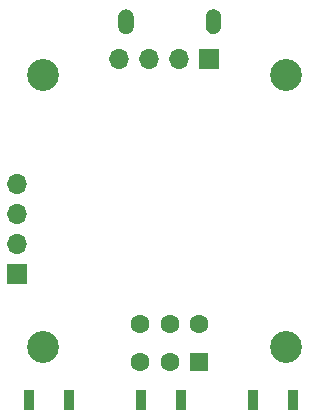
<source format=gbs>
%TF.GenerationSoftware,KiCad,Pcbnew,8.0.5*%
%TF.CreationDate,2024-09-25T16:09:38-04:00*%
%TF.ProjectId,kryptkey,6b727970-746b-4657-992e-6b696361645f,v0.1*%
%TF.SameCoordinates,Original*%
%TF.FileFunction,Soldermask,Bot*%
%TF.FilePolarity,Negative*%
%FSLAX46Y46*%
G04 Gerber Fmt 4.6, Leading zero omitted, Abs format (unit mm)*
G04 Created by KiCad (PCBNEW 8.0.5) date 2024-09-25 16:09:38*
%MOMM*%
%LPD*%
G01*
G04 APERTURE LIST*
%ADD10C,0.010000*%
%ADD11R,1.600000X1.600000*%
%ADD12C,1.600000*%
%ADD13C,2.700000*%
%ADD14R,0.900000X1.700000*%
%ADD15R,1.700000X1.700000*%
%ADD16O,1.700000X1.700000*%
G04 APERTURE END LIST*
D10*
%TO.C,J3*%
X105055380Y-53892880D02*
X105087380Y-53894880D01*
X105118380Y-53898880D01*
X105149380Y-53904880D01*
X105179380Y-53911880D01*
X105209380Y-53920880D01*
X105239380Y-53931880D01*
X105268380Y-53943880D01*
X105296380Y-53956880D01*
X105324380Y-53971880D01*
X105351380Y-53988880D01*
X105377380Y-54006880D01*
X105402380Y-54025880D01*
X105425380Y-54045880D01*
X105448380Y-54067880D01*
X105470380Y-54090880D01*
X105490380Y-54113880D01*
X105509380Y-54138880D01*
X105527380Y-54164880D01*
X105544380Y-54191880D01*
X105559380Y-54219880D01*
X105572380Y-54247880D01*
X105584380Y-54276880D01*
X105595380Y-54306880D01*
X105604380Y-54336880D01*
X105611380Y-54366880D01*
X105617380Y-54397880D01*
X105621380Y-54428880D01*
X105623380Y-54460880D01*
X105624380Y-54491880D01*
X105624380Y-55291880D01*
X105623380Y-55322880D01*
X105621380Y-55354880D01*
X105617380Y-55385880D01*
X105611380Y-55416880D01*
X105604380Y-55446880D01*
X105595380Y-55476880D01*
X105584380Y-55506880D01*
X105572380Y-55535880D01*
X105559380Y-55563880D01*
X105544380Y-55591880D01*
X105527380Y-55618880D01*
X105509380Y-55644880D01*
X105490380Y-55669880D01*
X105470380Y-55692880D01*
X105448380Y-55715880D01*
X105425380Y-55737880D01*
X105402380Y-55757880D01*
X105377380Y-55776880D01*
X105351380Y-55794880D01*
X105324380Y-55811880D01*
X105296380Y-55826880D01*
X105268380Y-55839880D01*
X105239380Y-55851880D01*
X105209380Y-55862880D01*
X105179380Y-55871880D01*
X105149380Y-55878880D01*
X105118380Y-55884880D01*
X105087380Y-55888880D01*
X105055380Y-55890880D01*
X105024380Y-55891880D01*
X104993380Y-55890880D01*
X104961380Y-55888880D01*
X104930380Y-55884880D01*
X104899380Y-55878880D01*
X104869380Y-55871880D01*
X104839380Y-55862880D01*
X104809380Y-55851880D01*
X104780380Y-55839880D01*
X104752380Y-55826880D01*
X104724380Y-55811880D01*
X104697380Y-55794880D01*
X104671380Y-55776880D01*
X104646380Y-55757880D01*
X104623380Y-55737880D01*
X104600380Y-55715880D01*
X104578380Y-55692880D01*
X104558380Y-55669880D01*
X104539380Y-55644880D01*
X104521380Y-55618880D01*
X104504380Y-55591880D01*
X104489380Y-55563880D01*
X104476380Y-55535880D01*
X104464380Y-55506880D01*
X104453380Y-55476880D01*
X104444380Y-55446880D01*
X104437380Y-55416880D01*
X104431380Y-55385880D01*
X104427380Y-55354880D01*
X104425380Y-55322880D01*
X104424380Y-55291880D01*
X104424380Y-54491880D01*
X104425380Y-54460880D01*
X104427380Y-54428880D01*
X104431380Y-54397880D01*
X104437380Y-54366880D01*
X104444380Y-54336880D01*
X104453380Y-54306880D01*
X104464380Y-54276880D01*
X104476380Y-54247880D01*
X104489380Y-54219880D01*
X104504380Y-54191880D01*
X104521380Y-54164880D01*
X104539380Y-54138880D01*
X104558380Y-54113880D01*
X104578380Y-54090880D01*
X104600380Y-54067880D01*
X104623380Y-54045880D01*
X104646380Y-54025880D01*
X104671380Y-54006880D01*
X104697380Y-53988880D01*
X104724380Y-53971880D01*
X104752380Y-53956880D01*
X104780380Y-53943880D01*
X104809380Y-53931880D01*
X104839380Y-53920880D01*
X104869380Y-53911880D01*
X104899380Y-53904880D01*
X104930380Y-53898880D01*
X104961380Y-53894880D01*
X104993380Y-53892880D01*
X105024380Y-53891880D01*
X105055380Y-53892880D01*
G36*
X105055380Y-53892880D02*
G01*
X105087380Y-53894880D01*
X105118380Y-53898880D01*
X105149380Y-53904880D01*
X105179380Y-53911880D01*
X105209380Y-53920880D01*
X105239380Y-53931880D01*
X105268380Y-53943880D01*
X105296380Y-53956880D01*
X105324380Y-53971880D01*
X105351380Y-53988880D01*
X105377380Y-54006880D01*
X105402380Y-54025880D01*
X105425380Y-54045880D01*
X105448380Y-54067880D01*
X105470380Y-54090880D01*
X105490380Y-54113880D01*
X105509380Y-54138880D01*
X105527380Y-54164880D01*
X105544380Y-54191880D01*
X105559380Y-54219880D01*
X105572380Y-54247880D01*
X105584380Y-54276880D01*
X105595380Y-54306880D01*
X105604380Y-54336880D01*
X105611380Y-54366880D01*
X105617380Y-54397880D01*
X105621380Y-54428880D01*
X105623380Y-54460880D01*
X105624380Y-54491880D01*
X105624380Y-55291880D01*
X105623380Y-55322880D01*
X105621380Y-55354880D01*
X105617380Y-55385880D01*
X105611380Y-55416880D01*
X105604380Y-55446880D01*
X105595380Y-55476880D01*
X105584380Y-55506880D01*
X105572380Y-55535880D01*
X105559380Y-55563880D01*
X105544380Y-55591880D01*
X105527380Y-55618880D01*
X105509380Y-55644880D01*
X105490380Y-55669880D01*
X105470380Y-55692880D01*
X105448380Y-55715880D01*
X105425380Y-55737880D01*
X105402380Y-55757880D01*
X105377380Y-55776880D01*
X105351380Y-55794880D01*
X105324380Y-55811880D01*
X105296380Y-55826880D01*
X105268380Y-55839880D01*
X105239380Y-55851880D01*
X105209380Y-55862880D01*
X105179380Y-55871880D01*
X105149380Y-55878880D01*
X105118380Y-55884880D01*
X105087380Y-55888880D01*
X105055380Y-55890880D01*
X105024380Y-55891880D01*
X104993380Y-55890880D01*
X104961380Y-55888880D01*
X104930380Y-55884880D01*
X104899380Y-55878880D01*
X104869380Y-55871880D01*
X104839380Y-55862880D01*
X104809380Y-55851880D01*
X104780380Y-55839880D01*
X104752380Y-55826880D01*
X104724380Y-55811880D01*
X104697380Y-55794880D01*
X104671380Y-55776880D01*
X104646380Y-55757880D01*
X104623380Y-55737880D01*
X104600380Y-55715880D01*
X104578380Y-55692880D01*
X104558380Y-55669880D01*
X104539380Y-55644880D01*
X104521380Y-55618880D01*
X104504380Y-55591880D01*
X104489380Y-55563880D01*
X104476380Y-55535880D01*
X104464380Y-55506880D01*
X104453380Y-55476880D01*
X104444380Y-55446880D01*
X104437380Y-55416880D01*
X104431380Y-55385880D01*
X104427380Y-55354880D01*
X104425380Y-55322880D01*
X104424380Y-55291880D01*
X104424380Y-54491880D01*
X104425380Y-54460880D01*
X104427380Y-54428880D01*
X104431380Y-54397880D01*
X104437380Y-54366880D01*
X104444380Y-54336880D01*
X104453380Y-54306880D01*
X104464380Y-54276880D01*
X104476380Y-54247880D01*
X104489380Y-54219880D01*
X104504380Y-54191880D01*
X104521380Y-54164880D01*
X104539380Y-54138880D01*
X104558380Y-54113880D01*
X104578380Y-54090880D01*
X104600380Y-54067880D01*
X104623380Y-54045880D01*
X104646380Y-54025880D01*
X104671380Y-54006880D01*
X104697380Y-53988880D01*
X104724380Y-53971880D01*
X104752380Y-53956880D01*
X104780380Y-53943880D01*
X104809380Y-53931880D01*
X104839380Y-53920880D01*
X104869380Y-53911880D01*
X104899380Y-53904880D01*
X104930380Y-53898880D01*
X104961380Y-53894880D01*
X104993380Y-53892880D01*
X105024380Y-53891880D01*
X105055380Y-53892880D01*
G37*
X112455380Y-53892880D02*
X112487380Y-53894880D01*
X112518380Y-53898880D01*
X112549380Y-53904880D01*
X112579380Y-53911880D01*
X112609380Y-53920880D01*
X112639380Y-53931880D01*
X112668380Y-53943880D01*
X112696380Y-53956880D01*
X112724380Y-53971880D01*
X112751380Y-53988880D01*
X112777380Y-54006880D01*
X112802380Y-54025880D01*
X112825380Y-54045880D01*
X112848380Y-54067880D01*
X112870380Y-54090880D01*
X112890380Y-54113880D01*
X112909380Y-54138880D01*
X112927380Y-54164880D01*
X112944380Y-54191880D01*
X112959380Y-54219880D01*
X112972380Y-54247880D01*
X112984380Y-54276880D01*
X112995380Y-54306880D01*
X113004380Y-54336880D01*
X113011380Y-54366880D01*
X113017380Y-54397880D01*
X113021380Y-54428880D01*
X113023380Y-54460880D01*
X113024380Y-54491880D01*
X113024380Y-55291880D01*
X113023380Y-55322880D01*
X113021380Y-55354880D01*
X113017380Y-55385880D01*
X113011380Y-55416880D01*
X113004380Y-55446880D01*
X112995380Y-55476880D01*
X112984380Y-55506880D01*
X112972380Y-55535880D01*
X112959380Y-55563880D01*
X112944380Y-55591880D01*
X112927380Y-55618880D01*
X112909380Y-55644880D01*
X112890380Y-55669880D01*
X112870380Y-55692880D01*
X112848380Y-55715880D01*
X112825380Y-55737880D01*
X112802380Y-55757880D01*
X112777380Y-55776880D01*
X112751380Y-55794880D01*
X112724380Y-55811880D01*
X112696380Y-55826880D01*
X112668380Y-55839880D01*
X112639380Y-55851880D01*
X112609380Y-55862880D01*
X112579380Y-55871880D01*
X112549380Y-55878880D01*
X112518380Y-55884880D01*
X112487380Y-55888880D01*
X112455380Y-55890880D01*
X112424380Y-55891880D01*
X112393380Y-55890880D01*
X112361380Y-55888880D01*
X112330380Y-55884880D01*
X112299380Y-55878880D01*
X112269380Y-55871880D01*
X112239380Y-55862880D01*
X112209380Y-55851880D01*
X112180380Y-55839880D01*
X112152380Y-55826880D01*
X112124380Y-55811880D01*
X112097380Y-55794880D01*
X112071380Y-55776880D01*
X112046380Y-55757880D01*
X112023380Y-55737880D01*
X112000380Y-55715880D01*
X111978380Y-55692880D01*
X111958380Y-55669880D01*
X111939380Y-55644880D01*
X111921380Y-55618880D01*
X111904380Y-55591880D01*
X111889380Y-55563880D01*
X111876380Y-55535880D01*
X111864380Y-55506880D01*
X111853380Y-55476880D01*
X111844380Y-55446880D01*
X111837380Y-55416880D01*
X111831380Y-55385880D01*
X111827380Y-55354880D01*
X111825380Y-55322880D01*
X111824380Y-55291880D01*
X111824380Y-54491880D01*
X111825380Y-54460880D01*
X111827380Y-54428880D01*
X111831380Y-54397880D01*
X111837380Y-54366880D01*
X111844380Y-54336880D01*
X111853380Y-54306880D01*
X111864380Y-54276880D01*
X111876380Y-54247880D01*
X111889380Y-54219880D01*
X111904380Y-54191880D01*
X111921380Y-54164880D01*
X111939380Y-54138880D01*
X111958380Y-54113880D01*
X111978380Y-54090880D01*
X112000380Y-54067880D01*
X112023380Y-54045880D01*
X112046380Y-54025880D01*
X112071380Y-54006880D01*
X112097380Y-53988880D01*
X112124380Y-53971880D01*
X112152380Y-53956880D01*
X112180380Y-53943880D01*
X112209380Y-53931880D01*
X112239380Y-53920880D01*
X112269380Y-53911880D01*
X112299380Y-53904880D01*
X112330380Y-53898880D01*
X112361380Y-53894880D01*
X112393380Y-53892880D01*
X112424380Y-53891880D01*
X112455380Y-53892880D01*
G36*
X112455380Y-53892880D02*
G01*
X112487380Y-53894880D01*
X112518380Y-53898880D01*
X112549380Y-53904880D01*
X112579380Y-53911880D01*
X112609380Y-53920880D01*
X112639380Y-53931880D01*
X112668380Y-53943880D01*
X112696380Y-53956880D01*
X112724380Y-53971880D01*
X112751380Y-53988880D01*
X112777380Y-54006880D01*
X112802380Y-54025880D01*
X112825380Y-54045880D01*
X112848380Y-54067880D01*
X112870380Y-54090880D01*
X112890380Y-54113880D01*
X112909380Y-54138880D01*
X112927380Y-54164880D01*
X112944380Y-54191880D01*
X112959380Y-54219880D01*
X112972380Y-54247880D01*
X112984380Y-54276880D01*
X112995380Y-54306880D01*
X113004380Y-54336880D01*
X113011380Y-54366880D01*
X113017380Y-54397880D01*
X113021380Y-54428880D01*
X113023380Y-54460880D01*
X113024380Y-54491880D01*
X113024380Y-55291880D01*
X113023380Y-55322880D01*
X113021380Y-55354880D01*
X113017380Y-55385880D01*
X113011380Y-55416880D01*
X113004380Y-55446880D01*
X112995380Y-55476880D01*
X112984380Y-55506880D01*
X112972380Y-55535880D01*
X112959380Y-55563880D01*
X112944380Y-55591880D01*
X112927380Y-55618880D01*
X112909380Y-55644880D01*
X112890380Y-55669880D01*
X112870380Y-55692880D01*
X112848380Y-55715880D01*
X112825380Y-55737880D01*
X112802380Y-55757880D01*
X112777380Y-55776880D01*
X112751380Y-55794880D01*
X112724380Y-55811880D01*
X112696380Y-55826880D01*
X112668380Y-55839880D01*
X112639380Y-55851880D01*
X112609380Y-55862880D01*
X112579380Y-55871880D01*
X112549380Y-55878880D01*
X112518380Y-55884880D01*
X112487380Y-55888880D01*
X112455380Y-55890880D01*
X112424380Y-55891880D01*
X112393380Y-55890880D01*
X112361380Y-55888880D01*
X112330380Y-55884880D01*
X112299380Y-55878880D01*
X112269380Y-55871880D01*
X112239380Y-55862880D01*
X112209380Y-55851880D01*
X112180380Y-55839880D01*
X112152380Y-55826880D01*
X112124380Y-55811880D01*
X112097380Y-55794880D01*
X112071380Y-55776880D01*
X112046380Y-55757880D01*
X112023380Y-55737880D01*
X112000380Y-55715880D01*
X111978380Y-55692880D01*
X111958380Y-55669880D01*
X111939380Y-55644880D01*
X111921380Y-55618880D01*
X111904380Y-55591880D01*
X111889380Y-55563880D01*
X111876380Y-55535880D01*
X111864380Y-55506880D01*
X111853380Y-55476880D01*
X111844380Y-55446880D01*
X111837380Y-55416880D01*
X111831380Y-55385880D01*
X111827380Y-55354880D01*
X111825380Y-55322880D01*
X111824380Y-55291880D01*
X111824380Y-54491880D01*
X111825380Y-54460880D01*
X111827380Y-54428880D01*
X111831380Y-54397880D01*
X111837380Y-54366880D01*
X111844380Y-54336880D01*
X111853380Y-54306880D01*
X111864380Y-54276880D01*
X111876380Y-54247880D01*
X111889380Y-54219880D01*
X111904380Y-54191880D01*
X111921380Y-54164880D01*
X111939380Y-54138880D01*
X111958380Y-54113880D01*
X111978380Y-54090880D01*
X112000380Y-54067880D01*
X112023380Y-54045880D01*
X112046380Y-54025880D01*
X112071380Y-54006880D01*
X112097380Y-53988880D01*
X112124380Y-53971880D01*
X112152380Y-53956880D01*
X112180380Y-53943880D01*
X112209380Y-53931880D01*
X112239380Y-53920880D01*
X112269380Y-53911880D01*
X112299380Y-53904880D01*
X112330380Y-53898880D01*
X112361380Y-53894880D01*
X112393380Y-53892880D01*
X112424380Y-53891880D01*
X112455380Y-53892880D01*
G37*
%TD*%
D11*
%TO.C,SW4*%
X111274380Y-83704380D03*
D12*
X108774380Y-83704380D03*
X106274380Y-83704380D03*
X111274380Y-80504380D03*
X108774380Y-80504380D03*
X106274380Y-80504380D03*
%TD*%
D13*
%TO.C,H2*%
X98059380Y-82434380D03*
%TD*%
%TO.C,H1*%
X98059380Y-59454380D03*
%TD*%
%TO.C,H3*%
X118589380Y-59404380D03*
%TD*%
D14*
%TO.C,SW2*%
X106349380Y-86954380D03*
X109749380Y-86954380D03*
%TD*%
D15*
%TO.C,J2*%
X95874380Y-76274380D03*
D16*
X95874380Y-73734380D03*
X95874380Y-71194380D03*
X95874380Y-68654380D03*
%TD*%
D13*
%TO.C,H4*%
X118589380Y-82434380D03*
%TD*%
D15*
%TO.C,J1*%
X112124380Y-58054380D03*
D16*
X109584380Y-58054380D03*
X107044380Y-58054380D03*
X104504380Y-58054380D03*
%TD*%
D14*
%TO.C,SW3*%
X115849380Y-86954380D03*
X119249380Y-86954380D03*
%TD*%
%TO.C,SW1*%
X96849380Y-86954380D03*
X100249380Y-86954380D03*
%TD*%
M02*

</source>
